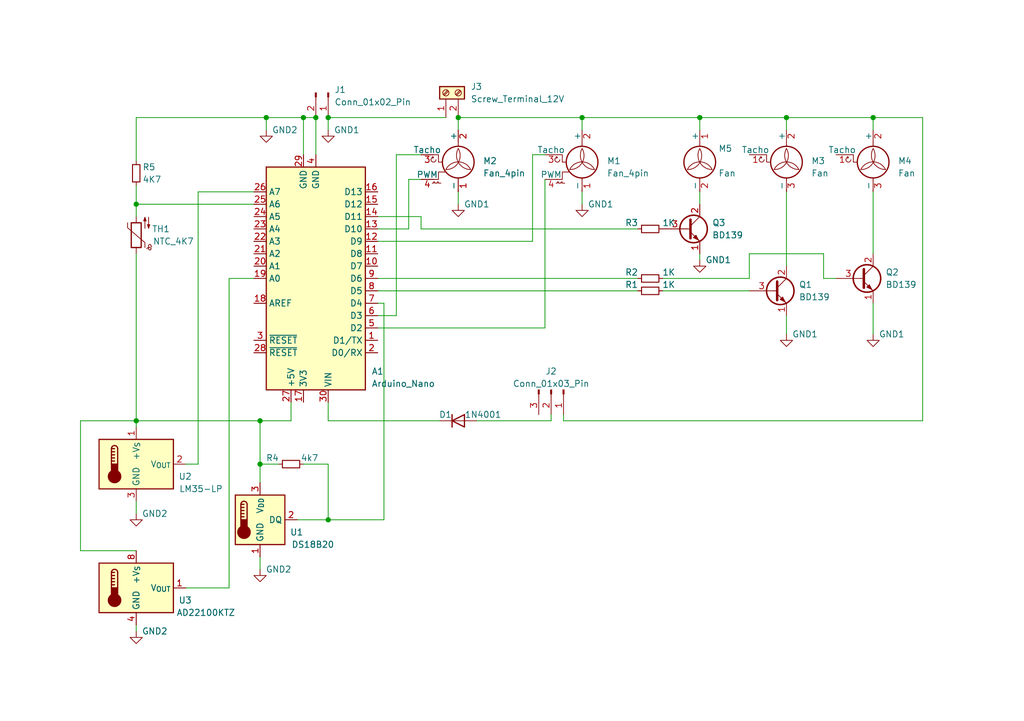
<source format=kicad_sch>
(kicad_sch (version 20230121) (generator eeschema)
  (paper "A5")
  (title_block (title "Fan Control Nano") (date "2023-12-26") (rev "1.0") (comment 1 "Funded by the Free Software Foundation Hungary") (comment 2 "CC BY-SA-4.0"))
  (lib_symbols
    (symbol "AD22100:AD22100KTZ"
      (property "Reference" "U" (at -6.35 6.35 0))
      (property "Value" "AD22100KTZ" (at 1.27 6.35 0))
      (symbol "AD22100KTZ_0_1"
        (rectangle (start -7.62 5.08) (end 7.62 -5.08) (stroke (width 0.254)) (fill (type background)))
        (circle (center -4.445 -2.54) (radius 1.27) (stroke (width 0.254)) (fill (type outline)))
        (rectangle (start -3.81 -1.905) (end -5.08 0) (stroke (width 0.254)) (fill (type outline)))
        (arc (start -3.81 3.175) (mid -4.445 3.8073) (end -5.08 3.175) (stroke (width 0.254)))
        (polyline (pts (xy -5.08 0.635) (xy -4.445 0.635)) (stroke (width 0.254)))
        (polyline (pts (xy -5.08 1.27) (xy -4.445 1.27)) (stroke (width 0.254)))
        (polyline (pts (xy -5.08 1.905) (xy -4.445 1.905)) (stroke (width 0.254)))
        (polyline (pts (xy -5.08 2.54) (xy -4.445 2.54)) (stroke (width 0.254)))
        (polyline (pts (xy -5.08 3.175) (xy -5.08 0)) (stroke (width 0.254)))
        (polyline (pts (xy -5.08 3.175) (xy -4.445 3.175)) (stroke (width 0.254)))
        (polyline (pts (xy -3.81 3.175) (xy -3.81 0)) (stroke (width 0.254)))
      )
      (symbol "AD22100KTZ_1_1"
        (pin output line (at 10.16 0 180) (length 2.54) (name "V_{OUT}") (number "1"))
        (pin no_connect line (at -2.54 -5.08 90) (length 2.54) hide (name "NC") (number "2"))
        (pin no_connect line (at -2.54 5.08 270) (length 2.54) hide (name "NC") (number "3"))
        (pin power_in line (at 0 -7.62 90) (length 2.54) (name "GND") (number "4"))
        (pin no_connect line (at 2.54 -5.08 90) (length 2.54) hide (name "NC") (number "5"))
        (pin no_connect line (at 5.08 -5.08 90) (length 2.54) hide (name "NC") (number "6"))
        (pin no_connect line (at 7.62 2.54 180) (length 2.54) hide (name "NC") (number "7"))
        (pin power_in line (at 0 7.62 270) (length 2.54) (name "+V_{S}") (number "8"))
      )
    )
    (symbol "Connector:Conn_01x02_Pin" (pin_names (offset 1.016) hide)
      (property "Reference" "J" (at 0 2.54 0))
      (property "Value" "Conn_01x02_Pin" (at 0 -5.08 0))
      (symbol "Conn_01x02_Pin_1_1"
        (polyline (pts (xy 1.27 -2.54) (xy 0.8636 -2.54)) (stroke (width 0.1524)))
        (polyline (pts (xy 1.27 0) (xy 0.8636 0)) (stroke (width 0.1524)))
        (rectangle (start 0.8636 -2.413) (end 0 -2.667) (stroke (width 0.1524)) (fill (type outline)))
        (rectangle (start 0.8636 0.127) (end 0 -0.127) (stroke (width 0.1524)) (fill (type outline)))
        (pin passive line (at 5.08 0 180) (length 3.81) (name "Pin_1") (number "1"))
        (pin passive line (at 5.08 -2.54 180) (length 3.81) (name "Pin_2") (number "2"))
      )
    )
    (symbol "Connector:Conn_01x03_Pin" (pin_names (offset 1.016) hide)
      (property "Reference" "J" (at 0 5.08 0))
      (property "Value" "Conn_01x03_Pin" (at 0 -5.08 0))
      (symbol "Conn_01x03_Pin_1_1"
        (polyline (pts (xy 1.27 -2.54) (xy 0.8636 -2.54)) (stroke (width 0.1524)))
        (polyline (pts (xy 1.27 0) (xy 0.8636 0)) (stroke (width 0.1524)))
        (polyline (pts (xy 1.27 2.54) (xy 0.8636 2.54)) (stroke (width 0.1524)))
        (rectangle (start 0.8636 -2.413) (end 0 -2.667) (stroke (width 0.1524)) (fill (type outline)))
        (rectangle (start 0.8636 0.127) (end 0 -0.127) (stroke (width 0.1524)) (fill (type outline)))
        (rectangle (start 0.8636 2.667) (end 0 2.413) (stroke (width 0.1524)) (fill (type outline)))
        (pin passive line (at 5.08 2.54 180) (length 3.81) (name "Pin_1") (number "1"))
        (pin passive line (at 5.08 0 180) (length 3.81) (name "Pin_2") (number "2"))
        (pin passive line (at 5.08 -2.54 180) (length 3.81) (name "Pin_3") (number "3"))
      )
    )
    (symbol "Connector:Screw_Terminal_01x02" (pin_names (offset 1.016) hide)
      (property "Reference" "J" (at 0 2.54 0))
      (property "Value" "Screw_Terminal_01x02" (at 0 -5.08 0))
      (symbol "Screw_Terminal_01x02_1_1"
        (rectangle (start -1.27 1.27) (end 1.27 -3.81) (stroke (width 0.254)) (fill (type background)))
        (circle (center 0 -2.54) (radius 0.635) (stroke (width 0.1524)))
        (polyline (pts (xy -0.5334 -2.2098) (xy 0.3302 -3.048)) (stroke (width 0.1524)))
        (polyline (pts (xy -0.5334 0.3302) (xy 0.3302 -0.508)) (stroke (width 0.1524)))
        (polyline (pts (xy -0.3556 -2.032) (xy 0.508 -2.8702)) (stroke (width 0.1524)))
        (polyline (pts (xy -0.3556 0.508) (xy 0.508 -0.3302)) (stroke (width 0.1524)))
        (circle (center 0 0) (radius 0.635) (stroke (width 0.1524)))
        (pin passive line (at -5.08 0 0) (length 3.81) (name "Pin_1") (number "1"))
        (pin passive line (at -5.08 -2.54 0) (length 3.81) (name "Pin_2") (number "2"))
      )
    )
    (symbol "Device:R_Small" (pin_numbers hide) (pin_names (offset 0.254) hide)
      (property "Reference" "R" (at 0.762 0.508 0))
      (property "Value" "R_Small" (at 0.762 -1.016 0))
      (symbol "R_Small_0_1"
        (rectangle (start -0.762 1.778) (end 0.762 -1.778) (stroke (width 0.2032)))
      )
      (symbol "R_Small_1_1"
        (pin passive line (at 0 2.54 270) (length 0.762) (name "~") (number "1"))
        (pin passive line (at 0 -2.54 90) (length 0.762) (name "~") (number "2"))
      )
    )
    (symbol "Device:Thermistor_NTC" (pin_numbers hide) (pin_names (offset 0))
      (property "Reference" "TH" (at -4.445 0 90))
      (property "Value" "Thermistor_NTC" (at 3.175 0 90))
      (symbol "Thermistor_NTC_0_1"
        (arc (start -3.048 2.159) (mid -3.0495 2.3143) (end -3.175 2.413))
        (arc (start -3.048 2.159) (mid -2.9736 1.9794) (end -2.794 1.905))
        (arc (start -3.048 2.794) (mid -2.9736 2.6144) (end -2.794 2.54))
        (arc (start -2.794 1.905) (mid -2.6144 1.9794) (end -2.54 2.159))
        (arc (start -2.794 2.54) (mid -2.4393 2.5587) (end -2.159 2.794))
        (arc (start -2.794 3.048) (mid -2.9736 2.9736) (end -3.048 2.794))
        (arc (start -2.54 2.794) (mid -2.6144 2.9736) (end -2.794 3.048))
        (rectangle (start -1.016 2.54) (end 1.016 -2.54) (stroke (width 0.254)))
        (polyline (pts (xy -2.54 2.159) (xy -2.54 2.794)))
        (polyline (pts (xy -1.778 2.54) (xy -1.778 1.524) (xy 1.778 -1.524) (xy 1.778 -2.54)))
        (polyline (pts (xy -2.54 -3.683) (xy -2.54 -1.397) (xy -2.794 -2.159) (xy -2.286 -2.159) (xy -2.54 -1.397) (xy -2.54 -1.651)) (fill (type outline)))
        (polyline (pts (xy -1.778 -1.397) (xy -1.778 -3.683) (xy -2.032 -2.921) (xy -1.524 -2.921) (xy -1.778 -3.683) (xy -1.778 -3.429)) (fill (type outline)))
      )
      (symbol "Thermistor_NTC_1_1"
        (pin passive line (at 0 3.81 270) (length 1.27) (name "~") (number "1"))
        (pin passive line (at 0 -3.81 90) (length 1.27) (name "~") (number "2"))
      )
    )
    (symbol "Diode:1N4001" (pin_numbers hide) (pin_names hide)
      (property "Reference" "D" (at 0 2.54 0))
      (property "Value" "1N4001" (at 0 -2.54 0))
      (symbol "1N4001_0_1"
        (polyline (pts (xy -1.27 1.27) (xy -1.27 -1.27)) (stroke (width 0.254)))
        (polyline (pts (xy 1.27 0) (xy -1.27 0)))
        (polyline (pts (xy 1.27 1.27) (xy 1.27 -1.27) (xy -1.27 0) (xy 1.27 1.27)) (stroke (width 0.254)))
      )
      (symbol "1N4001_1_1"
        (pin passive line (at -3.81 0 0) (length 2.54) (name "K") (number "1"))
        (pin passive line (at 3.81 0 180) (length 2.54) (name "A") (number "2"))
      )
    )
    (symbol "MCU_Module:Arduino_Nano_v3.x"
      (property "Reference" "A" (at -10.16 23.495 0))
      (property "Value" "Arduino_Nano_v3.x" (at 5.08 -24.13 0))
      (symbol "Arduino_Nano_v3.x_0_1"
        (rectangle (start -10.16 22.86) (end 10.16 -22.86) (stroke (width 0.254)) (fill (type background)))
      )
      (symbol "Arduino_Nano_v3.x_1_1"
        (pin bidirectional line (at -12.7 12.7 0) (length 2.54) (name "D1/TX") (number "1"))
        (pin bidirectional line (at -12.7 -2.54 0) (length 2.54) (name "D7") (number "10"))
        (pin bidirectional line (at -12.7 -5.08 0) (length 2.54) (name "D8") (number "11"))
        (pin bidirectional line (at -12.7 -7.62 0) (length 2.54) (name "D9") (number "12"))
        (pin bidirectional line (at -12.7 -10.16 0) (length 2.54) (name "D10") (number "13"))
        (pin bidirectional line (at -12.7 -12.7 0) (length 2.54) (name "D11") (number "14"))
        (pin bidirectional line (at -12.7 -15.24 0) (length 2.54) (name "D12") (number "15"))
        (pin bidirectional line (at -12.7 -17.78 0) (length 2.54) (name "D13") (number "16"))
        (pin power_out line (at 2.54 25.4 270) (length 2.54) (name "3V3") (number "17"))
        (pin input line (at 12.7 5.08 180) (length 2.54) (name "AREF") (number "18"))
        (pin bidirectional line (at 12.7 0 180) (length 2.54) (name "A0") (number "19"))
        (pin bidirectional line (at -12.7 15.24 0) (length 2.54) (name "D0/RX") (number "2"))
        (pin bidirectional line (at 12.7 -2.54 180) (length 2.54) (name "A1") (number "20"))
        (pin bidirectional line (at 12.7 -5.08 180) (length 2.54) (name "A2") (number "21"))
        (pin bidirectional line (at 12.7 -7.62 180) (length 2.54) (name "A3") (number "22"))
        (pin bidirectional line (at 12.7 -10.16 180) (length 2.54) (name "A4") (number "23"))
        (pin bidirectional line (at 12.7 -12.7 180) (length 2.54) (name "A5") (number "24"))
        (pin bidirectional line (at 12.7 -15.24 180) (length 2.54) (name "A6") (number "25"))
        (pin bidirectional line (at 12.7 -17.78 180) (length 2.54) (name "A7") (number "26"))
        (pin power_out line (at 5.08 25.4 270) (length 2.54) (name "+5V") (number "27"))
        (pin input line (at 12.7 15.24 180) (length 2.54) (name "~{RESET}") (number "28"))
        (pin power_in line (at 2.54 -25.4 90) (length 2.54) (name "GND") (number "29"))
        (pin input line (at 12.7 12.7 180) (length 2.54) (name "~{RESET}") (number "3"))
        (pin power_in line (at -2.54 25.4 270) (length 2.54) (name "VIN") (number "30"))
        (pin power_in line (at 0 -25.4 90) (length 2.54) (name "GND") (number "4"))
        (pin bidirectional line (at -12.7 10.16 0) (length 2.54) (name "D2") (number "5"))
        (pin bidirectional line (at -12.7 7.62 0) (length 2.54) (name "D3") (number "6"))
        (pin bidirectional line (at -12.7 5.08 0) (length 2.54) (name "D4") (number "7"))
        (pin bidirectional line (at -12.7 2.54 0) (length 2.54) (name "D5") (number "8"))
        (pin bidirectional line (at -12.7 0 0) (length 2.54) (name "D6") (number "9"))
      )
    )
    (symbol "Motor:Fan" (pin_names (offset 0))
      (property "Reference" "M" (at 2.54 5.08 0))
      (property "Value" "Fan" (at 2.54 -2.54 0))
      (symbol "Fan_0_1"
        (arc (start -2.54 -0.508) (mid 0.0028 0.9121) (end 0 3.81))
        (polyline (pts (xy 0 -5.08) (xy 0 -4.572)))
        (polyline (pts (xy 0 -2.2352) (xy 0 -2.6416)))
        (polyline (pts (xy 0 4.2672) (xy 0 4.6228)))
        (polyline (pts (xy 0 4.572) (xy 0 5.08)))
        (circle (center 0 1.016) (radius 3.2512) (stroke (width 0.254)))
        (arc (start 0 3.81) (mid 0.053 0.921) (end 2.54 -0.508))
        (arc (start 2.54 -0.508) (mid 0 1.0618) (end -2.54 -0.508))
      )
      (symbol "Fan_1_1"
        (pin passive line (at 0 7.62 270) (length 2.54) (name "+") (number "1"))
        (pin passive line (at 0 -5.08 90) (length 2.54) (name "-") (number "2"))
      )
    )
    (symbol "Motor:Fan_CPU_4pin" (pin_names (offset 0))
      (property "Reference" "M" (at 2.54 5.08 0))
      (property "Value" "Fan_CPU_4pin" (at 2.54 -2.54 0))
      (symbol "Fan_CPU_4pin_0_0"
        (arc (start -5.588 1.524) (mid -5.08 1.0182) (end -4.572 1.524))
        (arc (start -5.08 2.032) (mid -5.4392 1.8832) (end -5.588 1.524))
        (polyline (pts (xy -5.08 2.032) (xy -5.334 2.159)))
        (polyline (pts (xy -5.08 2.032) (xy -5.207 1.778)))
        (polyline (pts (xy -4.064 2.54) (xy -4.064 1.016) (xy -3.302 1.016)))
      )
      (symbol "Fan_CPU_4pin_0_1"
        (arc (start -2.54 -0.508) (mid 0.0028 0.9121) (end 0 3.81))
        (polyline (pts (xy -4.064 2.54) (xy -5.08 2.54)))
        (polyline (pts (xy 0 -5.08) (xy 0 -4.572)))
        (polyline (pts (xy 0 -2.2352) (xy 0 -2.6416)))
        (polyline (pts (xy 0 4.2672) (xy 0 4.6228)))
        (polyline (pts (xy 0 4.572) (xy 0 5.08)))
        (polyline (pts (xy -2.54 -1.016) (xy -4.064 -1.016) (xy -4.064 -2.54) (xy -5.08 -2.54)))
        (polyline (pts (xy -5.334 -3.302) (xy -5.08 -3.302) (xy -5.08 -3.048) (xy -4.826 -3.048) (xy -4.826 -3.302) (xy -4.318 -3.302) (xy -4.318 -3.048) (xy -4.064 -3.048) (xy -4.064 -3.302) (xy -3.556 -3.302)))
        (circle (center 0 1.016) (radius 3.2512) (stroke (width 0.254)))
        (arc (start 0 3.81) (mid 0.053 0.921) (end 2.54 -0.508))
        (arc (start 2.54 -0.508) (mid 0 1.0618) (end -2.54 -0.508))
      )
      (symbol "Fan_CPU_4pin_1_1"
        (pin passive line (at 0 -5.08 90) (length 2.54) (name "-") (number "1"))
        (pin passive line (at 0 7.62 270) (length 2.54) (name "+") (number "2"))
        (pin passive line (at -7.62 2.54 0) (length 2.54) (name "Tacho") (number "3"))
        (pin input line (at -7.62 -2.54 0) (length 2.54) (name "PWM") (number "4"))
      )
    )
    (symbol "Motor:Fan_PC_Chassis" (pin_names (offset 0))
      (property "Reference" "M" (at 2.54 2.54 0))
      (property "Value" "Fan_PC_Chassis" (at 2.54 -5.08 0))
      (symbol "Fan_PC_Chassis_0_0"
        (arc (start -5.588 -1.016) (mid -5.08 -1.5218) (end -4.572 -1.016))
        (arc (start -5.08 -0.508) (mid -5.4392 -0.6568) (end -5.588 -1.016))
        (polyline (pts (xy -5.08 -0.508) (xy -5.334 -0.381)))
        (polyline (pts (xy -5.08 -0.508) (xy -5.207 -0.762)))
        (polyline (pts (xy -4.064 0) (xy -4.064 -1.524) (xy -3.302 -1.524)))
      )
      (symbol "Fan_PC_Chassis_0_1"
        (arc (start -2.54 -3.048) (mid 0.0028 -1.6279) (end 0 1.27))
        (circle (center 0 -1.524) (radius 3.2512) (stroke (width 0.254)))
        (polyline (pts (xy -4.064 0) (xy -5.08 0)))
        (polyline (pts (xy 0 -7.62) (xy 0 -7.112)))
        (polyline (pts (xy 0 -4.7752) (xy 0 -5.1816)))
        (polyline (pts (xy 0 1.7272) (xy 0 2.0828)))
        (polyline (pts (xy 0 2.032) (xy 0 2.54)))
        (arc (start 0 1.27) (mid 0.053 -1.619) (end 2.54 -3.048))
        (arc (start 2.54 -3.048) (mid 0 -1.4782) (end -2.54 -3.048))
      )
      (symbol "Fan_PC_Chassis_1_1"
        (pin passive line (at -7.62 0 0) (length 2.54) (name "Tacho") (number "1"))
        (pin passive line (at 0 5.08 270) (length 2.54) (name "+") (number "2"))
        (pin passive line (at 0 -7.62 90) (length 2.54) (name "-") (number "3"))
      )
    )
    (symbol "Sensor_Temperature:DS18B20"
      (property "Reference" "U" (at -3.81 6.35 0))
      (property "Value" "DS18B20" (at 6.35 6.35 0))
      (symbol "DS18B20_0_1"
        (rectangle (start -5.08 5.08) (end 5.08 -5.08) (stroke (width 0.254)) (fill (type background)))
        (circle (center -3.302 -2.54) (radius 1.27) (stroke (width 0.254)) (fill (type outline)))
        (rectangle (start -2.667 -1.905) (end -3.937 0) (stroke (width 0.254)) (fill (type outline)))
        (arc (start -2.667 3.175) (mid -3.302 3.8073) (end -3.937 3.175) (stroke (width 0.254)))
        (polyline (pts (xy -3.937 0.635) (xy -3.302 0.635)) (stroke (width 0.254)))
        (polyline (pts (xy -3.937 1.27) (xy -3.302 1.27)) (stroke (width 0.254)))
        (polyline (pts (xy -3.937 1.905) (xy -3.302 1.905)) (stroke (width 0.254)))
        (polyline (pts (xy -3.937 2.54) (xy -3.302 2.54)) (stroke (width 0.254)))
        (polyline (pts (xy -3.937 3.175) (xy -3.937 0)) (stroke (width 0.254)))
        (polyline (pts (xy -3.937 3.175) (xy -3.302 3.175)) (stroke (width 0.254)))
        (polyline (pts (xy -2.667 3.175) (xy -2.667 0)) (stroke (width 0.254)))
      )
      (symbol "DS18B20_1_1"
        (pin power_in line (at 0 -7.62 90) (length 2.54) (name "GND") (number "1"))
        (pin bidirectional line (at 7.62 0 180) (length 2.54) (name "DQ") (number "2"))
        (pin power_in line (at 0 7.62 270) (length 2.54) (name "V_{DD}") (number "3"))
      )
    )
    (symbol "Sensor_Temperature:LM35-LP"
      (property "Reference" "U" (at -6.35 6.35 0))
      (property "Value" "LM35-LP" (at 1.27 6.35 0))
      (symbol "LM35-LP_0_1"
        (rectangle (start -7.62 5.08) (end 7.62 -5.08) (stroke (width 0.254)) (fill (type background)))
        (circle (center -4.445 -2.54) (radius 1.27) (stroke (width 0.254)) (fill (type outline)))
        (rectangle (start -3.81 -1.905) (end -5.08 0) (stroke (width 0.254)) (fill (type outline)))
        (arc (start -3.81 3.175) (mid -4.445 3.8073) (end -5.08 3.175) (stroke (width 0.254)))
        (polyline (pts (xy -5.08 0.635) (xy -4.445 0.635)) (stroke (width 0.254)))
        (polyline (pts (xy -5.08 1.27) (xy -4.445 1.27)) (stroke (width 0.254)))
        (polyline (pts (xy -5.08 1.905) (xy -4.445 1.905)) (stroke (width 0.254)))
        (polyline (pts (xy -5.08 2.54) (xy -4.445 2.54)) (stroke (width 0.254)))
        (polyline (pts (xy -5.08 3.175) (xy -5.08 0)) (stroke (width 0.254)))
        (polyline (pts (xy -5.08 3.175) (xy -4.445 3.175)) (stroke (width 0.254)))
        (polyline (pts (xy -3.81 3.175) (xy -3.81 0)) (stroke (width 0.254)))
      )
      (symbol "LM35-LP_1_1"
        (pin power_in line (at 0 7.62 270) (length 2.54) (name "+V_{S}") (number "1"))
        (pin output line (at 10.16 0 180) (length 2.54) (name "V_{OUT}") (number "2"))
        (pin power_in line (at 0 -7.62 90) (length 2.54) (name "GND") (number "3"))
      )
    )
    (symbol "Transistor_BJT:BD139" (pin_names (offset 0) hide)
      (property "Reference" "Q" (at 5.08 1.905 0))
      (property "Value" "BD139" (at 5.08 0 0))
      (symbol "BD139_0_1"
        (polyline (pts (xy 0 0) (xy 0.635 0)))
        (polyline (pts (xy 2.54 -2.54) (xy 0.635 -0.635)))
        (polyline (pts (xy 2.54 2.54) (xy 0.635 0.635)))
        (polyline (pts (xy 0.635 1.905) (xy 0.635 -1.905) (xy 0.635 -1.905)) (stroke (width 0.508)) (fill (type outline)))
        (polyline (pts (xy 1.2446 -1.778) (xy 1.7526 -1.27) (xy 2.286 -2.286) (xy 1.2446 -1.778) (xy 1.2446 -1.778)) (fill (type outline)))
        (circle (center 1.27 0) (radius 2.8194) (stroke (width 0.3048)))
      )
      (symbol "BD139_1_1"
        (pin passive line (at 2.54 -5.08 90) (length 2.54) (name "E") (number "1"))
        (pin passive line (at 2.54 5.08 270) (length 2.54) (name "C") (number "2"))
        (pin input line (at -5.08 0 0) (length 5.08) (name "B") (number "3"))
      )
    )
    (symbol "power:GND1" (power) (pin_names (offset 0))
      (property "Value" "GND1" (at 0 -3.81 0))
      (symbol "GND1_0_1"
        (polyline (pts (xy 0 0) (xy 0 -1.27) (xy 1.27 -1.27) (xy 0 -2.54) (xy -1.27 -1.27) (xy 0 -1.27)))
      )
      (symbol "GND1_1_1"
        (pin power_in line (at 0 0 270) (length 0) hide (name "GND1") (number "1"))
      )
    )
    (symbol "power:GND2" (power) (pin_names (offset 0))
      (property "Value" "GND2" (at 0 -3.81 0))
      (symbol "GND2_0_1"
        (polyline (pts (xy 0 0) (xy 0 -1.27) (xy 1.27 -1.27) (xy 0 -2.54) (xy -1.27 -1.27) (xy 0 -1.27)))
      )
      (symbol "GND2_1_1"
        (pin power_in line (at 0 0 270) (length 0) hide (name "GND2") (number "1"))
      )
    )
  )
  (junction (at 119.38 24.13))
  (junction (at 64.77 24.13))
  (junction (at 27.94 86.36))
  (junction (at 53.34 95.25))
  (junction (at 143.51 24.13))
  (junction (at 53.34 86.36))
  (junction (at 67.31 106.68))
  (junction (at 93.98 24.13))
  (junction (at 67.31 24.13))
  (junction (at 54.61 24.13))
  (junction (at 179.07 24.13))
  (junction (at 62.23 24.13))
  (junction (at 27.94 41.91))
  (junction (at 161.29 24.13))
  (wire (pts (xy 77.47 57.15) (xy 130.81 57.15)))
  (wire (pts (xy 109.22 49.53) (xy 77.47 49.53)))
  (wire (pts (xy 179.07 24.13) (xy 189.23 24.13)))
  (wire (pts (xy 179.07 39.37) (xy 179.07 52.07)))
  (wire (pts (xy 81.28 64.77) (xy 77.47 64.77)))
  (wire (pts (xy 119.38 24.13) (xy 119.38 26.67)))
  (wire (pts (xy 143.51 24.13) (xy 161.29 24.13)))
  (wire (pts (xy 27.94 128.27) (xy 27.94 129.54)))
  (wire (pts (xy 83.82 36.83) (xy 83.82 46.99)))
  (wire (pts (xy 78.74 106.68) (xy 67.31 106.68)))
  (wire (pts (xy 179.07 24.13) (xy 179.07 26.67)))
  (wire (pts (xy 52.07 57.15) (xy 46.99 57.15)))
  (wire (pts (xy 111.76 36.83) (xy 111.76 67.31)))
  (wire (pts (xy 78.74 62.23) (xy 77.47 62.23)))
  (wire (pts (xy 67.31 82.55) (xy 67.31 86.36)))
  (wire (pts (xy 27.94 86.36) (xy 27.94 87.63)))
  (wire (pts (xy 143.51 41.91) (xy 143.51 39.37)))
  (wire (pts (xy 119.38 24.13) (xy 143.51 24.13)))
  (wire (pts (xy 93.98 24.13) (xy 119.38 24.13)))
  (wire (pts (xy 113.03 86.36) (xy 113.03 85.09)))
  (wire (pts (xy 93.98 41.91) (xy 93.98 39.37)))
  (wire (pts (xy 53.34 86.36) (xy 59.69 86.36)))
  (wire (pts (xy 179.07 62.23) (xy 179.07 68.58)))
  (wire (pts (xy 59.69 86.36) (xy 59.69 82.55)))
  (wire (pts (xy 67.31 86.36) (xy 90.17 86.36)))
  (wire (pts (xy 67.31 24.13) (xy 67.31 26.67)))
  (wire (pts (xy 97.79 86.36) (xy 113.03 86.36)))
  (wire (pts (xy 40.64 95.25) (xy 38.1 95.25)))
  (wire (pts (xy 161.29 24.13) (xy 161.29 26.67)))
  (wire (pts (xy 115.57 86.36) (xy 189.23 86.36)))
  (wire (pts (xy 60.96 106.68) (xy 67.31 106.68)))
  (wire (pts (xy 53.34 114.3) (xy 53.34 116.84)))
  (wire (pts (xy 168.91 57.15) (xy 168.91 52.07)))
  (wire (pts (xy 78.74 62.23) (xy 78.74 106.68)))
  (wire (pts (xy 119.38 41.91) (xy 119.38 39.37)))
  (wire (pts (xy 111.76 67.31) (xy 77.47 67.31)))
  (wire (pts (xy 168.91 57.15) (xy 171.45 57.15)))
  (wire (pts (xy 81.28 31.75) (xy 81.28 64.77)))
  (wire (pts (xy 93.98 24.13) (xy 93.98 26.67)))
  (wire (pts (xy 27.94 24.13) (xy 54.61 24.13)))
  (wire (pts (xy 86.36 46.99) (xy 86.36 44.45)))
  (wire (pts (xy 86.36 44.45) (xy 77.47 44.45)))
  (wire (pts (xy 54.61 24.13) (xy 62.23 24.13)))
  (wire (pts (xy 27.94 41.91) (xy 27.94 44.45)))
  (wire (pts (xy 161.29 64.77) (xy 161.29 68.58)))
  (wire (pts (xy 135.89 59.69) (xy 153.67 59.69)))
  (wire (pts (xy 83.82 36.83) (xy 86.36 36.83)))
  (wire (pts (xy 64.77 24.13) (xy 64.77 31.75)))
  (wire (pts (xy 40.64 39.37) (xy 40.64 95.25)))
  (wire (pts (xy 53.34 95.25) (xy 53.34 99.06)))
  (wire (pts (xy 111.76 31.75) (xy 109.22 31.75)))
  (wire (pts (xy 67.31 24.13) (xy 91.44 24.13)))
  (wire (pts (xy 62.23 24.13) (xy 62.23 31.75)))
  (wire (pts (xy 143.51 52.07) (xy 143.51 53.34)))
  (wire (pts (xy 27.94 86.36) (xy 53.34 86.36)))
  (wire (pts (xy 143.51 24.13) (xy 143.51 26.67)))
  (wire (pts (xy 27.94 52.07) (xy 27.94 86.36)))
  (wire (pts (xy 86.36 31.75) (xy 81.28 31.75)))
  (wire (pts (xy 67.31 95.25) (xy 67.31 106.68)))
  (wire (pts (xy 115.57 85.09) (xy 115.57 86.36)))
  (wire (pts (xy 83.82 46.99) (xy 77.47 46.99)))
  (wire (pts (xy 16.51 86.36) (xy 27.94 86.36)))
  (wire (pts (xy 53.34 86.36) (xy 53.34 95.25)))
  (wire (pts (xy 40.64 39.37) (xy 52.07 39.37)))
  (wire (pts (xy 62.23 95.25) (xy 67.31 95.25)))
  (wire (pts (xy 161.29 24.13) (xy 179.07 24.13)))
  (wire (pts (xy 46.99 57.15) (xy 46.99 120.65)))
  (wire (pts (xy 62.23 24.13) (xy 64.77 24.13)))
  (wire (pts (xy 27.94 33.02) (xy 27.94 24.13)))
  (wire (pts (xy 27.94 38.1) (xy 27.94 41.91)))
  (wire (pts (xy 130.81 46.99) (xy 86.36 46.99)))
  (wire (pts (xy 46.99 120.65) (xy 38.1 120.65)))
  (wire (pts (xy 153.67 57.15) (xy 135.89 57.15)))
  (wire (pts (xy 153.67 52.07) (xy 153.67 57.15)))
  (wire (pts (xy 109.22 31.75) (xy 109.22 49.53)))
  (wire (pts (xy 27.94 102.87) (xy 27.94 105.41)))
  (wire (pts (xy 53.34 95.25) (xy 57.15 95.25)))
  (wire (pts (xy 27.94 41.91) (xy 52.07 41.91)))
  (wire (pts (xy 16.51 113.03) (xy 16.51 86.36)))
  (wire (pts (xy 168.91 52.07) (xy 153.67 52.07)))
  (wire (pts (xy 27.94 113.03) (xy 16.51 113.03)))
  (wire (pts (xy 54.61 24.13) (xy 54.61 26.67)))
  (wire (pts (xy 161.29 39.37) (xy 161.29 54.61)))
  (wire (pts (xy 189.23 86.36) (xy 189.23 24.13)))
  (wire (pts (xy 77.47 59.69) (xy 130.81 59.69)))
  (symbol (lib_id "Device:R_Small") (at 133.35 59.69 90) (unit 1)
    (property "Reference" "R1" (at 129.54 58.42 90))
    (property "Value" "1K" (at 137.16 58.42 90))
  )
  (symbol (lib_id "Connector:Screw_Terminal_01x02") (at 91.44 19.05 90) (unit 1)
    (property "Reference" "J3" (at 96.52 17.78 90) (effects (justify right)))
    (property "Value" "Screw_Terminal_12V" (at 96.52 20.32 90) (effects (justify right)))
  )
  (symbol (lib_id "Motor:Fan") (at 143.51 34.29 0) (unit 1)
    (property "Reference" "M5" (at 147.32 30.48 0) (effects (justify left)))
    (property "Value" "Fan" (at 147.32 35.56 0) (effects (justify left)))
  )
  (symbol (lib_id "power:GND2") (at 54.61 26.67 0) (unit 1)
    (property "Reference" "#PWR09" (effects hide))
    (property "Value" "GND2" (at 58.42 26.67 0))
  )
  (symbol (lib_id "power:GND2") (at 53.34 116.84 0) (unit 1)
    (property "Reference" "#PWR01" (effects hide))
    (property "Value" "GND2" (at 57.15 116.84 0))
  )
  (symbol (lib_id "Connector:Conn_01x02_Pin") (at 67.31 19.05 270) (unit 1)
    (property "Reference" "J1" (at 68.58 18.415 90) (effects (justify left)))
    (property "Value" "Conn_01x02_Pin" (at 68.58 20.955 90) (effects (justify left)))
  )
  (symbol (lib_id "AD22100:AD22100KTZ") (at 27.94 120.65 0) (unit 1)
    (property "Reference" "U3" (at 39.37 123.19 0) (effects (justify right)))
    (property "Value" "AD22100KTZ" (at 48.26 125.73 0) (effects (justify right)))
    (property "Footprint" "Package_SO:SOIC-8_3.9x4.9mm_P1.27mm" (effects hide))
    (property "Datasheet" "https://www.analog.com/media/en/technical-documentation/data-sheets/AD22100.pdf" (effects hide))
  )
  (symbol (lib_id "Motor:Fan_CPU_4pin") (at 93.98 34.29 0) (unit 1)
    (property "Reference" "M2" (at 99.06 33.02 0) (effects (justify left)))
    (property "Value" "Fan_4pin" (at 99.06 35.56 0) (effects (justify left)))
    (property "Datasheet" "http://www.formfactors.org/developer%5Cspecs%5Crev1_2_public.pdf" (effects hide))
  )
  (symbol (lib_id "Transistor_BJT:BD139") (at 158.75 59.69 0) (unit 1)
    (property "Reference" "Q1" (at 163.83 58.42 0) (effects (justify left)))
    (property "Value" "BD139" (at 163.83 60.96 0) (effects (justify left)))
    (property "Footprint" "Package_TO_SOT_THT:TO-126-3_Vertical" (effects hide))
    (property "Datasheet" "http://www.st.com/internet/com/TECHNICAL_RESOURCES/TECHNICAL_LITERATURE/DATASHEET/CD00001225.pdf" (effects hide))
  )
  (symbol (lib_id "Diode:1N4001") (at 93.98 86.36 0) (unit 1)
    (property "Reference" "D1" (at 92.71 85.09 0) (effects (justify right)))
    (property "Value" "1N4001" (at 102.87 85.09 0) (effects (justify right)))
    (property "Footprint" "Diode_THT:D_DO-41_SOD81_P10.16mm_Horizontal" (effects hide))
    (property "Datasheet" "http://www.vishay.com/docs/88503/1n4001.pdf" (effects hide))
    (property "Sim.Device" "D" (effects hide))
    (property "Sim.Pins" "1=K 2=A" (effects hide))
  )
  (symbol (lib_id "Device:R_Small") (at 133.35 46.99 90) (unit 1)
    (property "Reference" "R3" (at 129.54 45.72 90))
    (property "Value" "1K" (at 137.16 45.72 90))
  )
  (symbol (lib_id "Device:R_Small") (at 133.35 57.15 90) (unit 1)
    (property "Reference" "R2" (at 129.54 55.88 90))
    (property "Value" "1K" (at 137.16 55.88 90))
  )
  (symbol (lib_id "power:GND1") (at 119.38 41.91 0) (unit 1)
    (property "Reference" "#PWR02" (effects hide))
    (property "Value" "GND1" (at 123.19 41.91 0))
  )
  (symbol (lib_id "Device:R_Small") (at 27.94 35.56 180) (unit 1)
    (property "Reference" "R5" (at 29.21 34.29 0) (effects (justify right)))
    (property "Value" "4K7" (at 29.21 36.83 0) (effects (justify right)))
  )
  (symbol (lib_id "power:GND1") (at 161.29 68.58 0) (unit 1)
    (property "Reference" "#PWR04" (effects hide))
    (property "Value" "GND1" (at 165.1 68.58 0))
  )
  (symbol (lib_id "power:GND2") (at 27.94 129.54 0) (unit 1)
    (property "Reference" "#PWR010" (effects hide))
    (property "Value" "GND2" (at 31.75 129.54 0))
  )
  (symbol (lib_id "power:GND1") (at 179.07 68.58 0) (unit 1)
    (property "Reference" "#PWR06" (effects hide))
    (property "Value" "GND1" (at 182.88 68.58 0))
  )
  (symbol (lib_id "power:GND1") (at 143.51 53.34 0) (unit 1)
    (property "Reference" "#PWR03" (effects hide))
    (property "Value" "GND1" (at 147.32 53.34 0))
  )
  (symbol (lib_id "Device:R_Small") (at 59.69 95.25 90) (unit 1)
    (property "Reference" "R4" (at 55.88 93.98 90))
    (property "Value" "4k7" (at 63.5 93.98 90))
  )
  (symbol (lib_id "Sensor_Temperature:DS18B20") (at 53.34 106.68 0) (unit 1)
    (property "Reference" "U1" (at 62.23 109.22 0) (effects (justify right)))
    (property "Value" "DS18B20" (at 68.58 111.76 0) (effects (justify right)))
    (property "Footprint" "Package_TO_SOT_THT:TO-92_Inline" (effects hide))
    (property "Datasheet" "http://datasheets.maximintegrated.com/en/ds/DS18B20.pdf" (effects hide))
  )
  (symbol (lib_id "Motor:Fan_CPU_4pin") (at 119.38 34.29 0) (unit 1)
    (property "Reference" "M1" (at 124.46 33.02 0) (effects (justify left)))
    (property "Value" "Fan_4pin" (at 124.46 35.56 0) (effects (justify left)))
    (property "Datasheet" "http://www.formfactors.org/developer%5Cspecs%5Crev1_2_public.pdf" (effects hide))
  )
  (symbol (lib_id "power:GND1") (at 93.98 41.91 0) (unit 1)
    (property "Reference" "#PWR05" (effects hide))
    (property "Value" "GND1" (at 97.79 41.91 0))
  )
  (symbol (lib_id "Transistor_BJT:BD139") (at 176.53 57.15 0) (unit 1)
    (property "Reference" "Q2" (at 181.61 55.88 0) (effects (justify left)))
    (property "Value" "BD139" (at 181.61 58.42 0) (effects (justify left)))
    (property "Footprint" "Package_TO_SOT_THT:TO-126-3_Vertical" (effects hide))
    (property "Datasheet" "http://www.st.com/internet/com/TECHNICAL_RESOURCES/TECHNICAL_LITERATURE/DATASHEET/CD00001225.pdf" (effects hide))
  )
  (symbol (lib_id "Motor:Fan_PC_Chassis") (at 161.29 31.75 0) (unit 1)
    (property "Reference" "M3" (at 166.37 33.02 0) (effects (justify left)))
    (property "Value" "Fan" (at 166.37 35.56 0) (effects (justify left)))
    (property "Datasheet" "http://www.hardwarecanucks.com/forum/attachments/new-builds/16287d1330775095-help-chassis-power-fan-connectors-motherboard-asus_p8z68.jpg" (effects hide))
  )
  (symbol (lib_id "Connector:Conn_01x03_Pin") (at 113.03 80.01 270) (unit 1)
    (property "Reference" "J2" (at 113.03 76.2 90))
    (property "Value" "Conn_01x03_Pin" (at 113.03 78.74 90))
  )
  (symbol (lib_id "Motor:Fan_PC_Chassis") (at 179.07 31.75 0) (unit 1)
    (property "Reference" "M4" (at 184.15 33.02 0) (effects (justify left)))
    (property "Value" "Fan" (at 184.15 35.56 0) (effects (justify left)))
    (property "Datasheet" "http://www.hardwarecanucks.com/forum/attachments/new-builds/16287d1330775095-help-chassis-power-fan-connectors-motherboard-asus_p8z68.jpg" (effects hide))
  )
  (symbol (lib_id "Device:Thermistor_NTC") (at 27.94 48.26 180) (unit 1)
    (property "Reference" "TH1" (at 33.02 46.99 0))
    (property "Value" "NTC_4K7" (at 35.56 49.53 0))
  )
  (symbol (lib_id "Sensor_Temperature:LM35-LP") (at 27.94 95.25 0) (unit 1)
    (property "Reference" "U2" (at 39.37 97.79 0) (effects (justify right)))
    (property "Value" "LM35-LP" (at 45.72 100.33 0) (effects (justify right)))
    (property "Footprint" "Package_TO_SOT_THT:TO-92_Inline" (effects hide))
    (property "Datasheet" "http://www.ti.com/lit/ds/symlink/lm35.pdf" (effects hide))
  )
  (symbol (lib_id "power:GND2") (at 27.94 105.41 0) (unit 1)
    (property "Reference" "#PWR07" (effects hide))
    (property "Value" "GND2" (at 31.75 105.41 0))
  )
  (symbol (lib_id "MCU_Module:Arduino_Nano_v3.x") (at 64.77 57.15 180) (unit 1)
    (property "Reference" "A1" (at 76.2 76.2 0) (effects (justify right)))
    (property "Value" "Arduino_Nano" (at 76.2 78.74 0) (effects (justify right)))
    (property "Footprint" "Module:Arduino_Nano" (effects hide))
    (property "Datasheet" "http://www.mouser.com/pdfdocs/Gravitech_Arduino_Nano3_0.pdf" (effects hide))
  )
  (symbol (lib_id "Transistor_BJT:BD139") (at 140.97 46.99 0) (unit 1)
    (property "Reference" "Q3" (at 146.05 45.72 0) (effects (justify left)))
    (property "Value" "BD139" (at 146.05 48.26 0) (effects (justify left)))
    (property "Footprint" "Package_TO_SOT_THT:TO-126-3_Vertical" (effects hide))
    (property "Datasheet" "http://www.st.com/internet/com/TECHNICAL_RESOURCES/TECHNICAL_LITERATURE/DATASHEET/CD00001225.pdf" (effects hide))
  )
  (symbol (lib_id "power:GND1") (at 67.31 26.67 0) (unit 1)
    (property "Reference" "#PWR08" (effects hide))
    (property "Value" "GND1" (at 71.12 26.67 0))
  )
)
</source>
